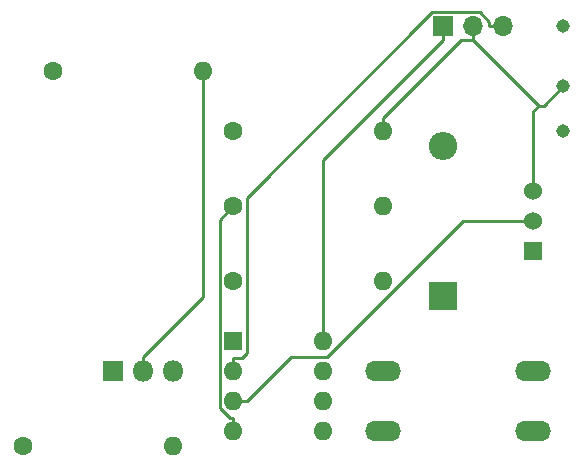
<source format=gbr>
G04 #@! TF.FileFunction,Copper,L2,Bot,Signal*
%FSLAX46Y46*%
G04 Gerber Fmt 4.6, Leading zero omitted, Abs format (unit mm)*
G04 Created by KiCad (PCBNEW 4.0.5) date 02/14/17 18:00:52*
%MOMM*%
%LPD*%
G01*
G04 APERTURE LIST*
%ADD10C,0.100000*%
%ADD11R,2.400000X2.400000*%
%ADD12O,2.400000X2.400000*%
%ADD13R,1.600000X1.600000*%
%ADD14O,1.600000X1.600000*%
%ADD15R,1.700000X1.700000*%
%ADD16O,1.700000X1.700000*%
%ADD17C,1.143000*%
%ADD18C,1.524000*%
%ADD19R,1.524000X1.524000*%
%ADD20C,1.600000*%
%ADD21R,1.800000X1.800000*%
%ADD22O,1.800000X1.800000*%
%ADD23O,3.048000X1.727200*%
%ADD24C,0.250000*%
G04 APERTURE END LIST*
D10*
D11*
X179070000Y-124460000D03*
D12*
X179070000Y-111760000D03*
D13*
X161290000Y-128270000D03*
D14*
X168910000Y-135890000D03*
X161290000Y-130810000D03*
X168910000Y-133350000D03*
X161290000Y-133350000D03*
X168910000Y-130810000D03*
X161290000Y-135890000D03*
X168910000Y-128270000D03*
D15*
X179070000Y-101600000D03*
D16*
X181610000Y-101600000D03*
X184150000Y-101600000D03*
D17*
X189230000Y-110490000D03*
X189230000Y-106680000D03*
X189230000Y-101600000D03*
D18*
X186690000Y-118110000D03*
X186690000Y-115570000D03*
D19*
X186690000Y-120650000D03*
D20*
X161290000Y-123190000D03*
D14*
X173990000Y-123190000D03*
D20*
X143510000Y-137160000D03*
D14*
X156210000Y-137160000D03*
D20*
X146050000Y-105410000D03*
D14*
X158750000Y-105410000D03*
D20*
X161290000Y-116840000D03*
D14*
X173990000Y-116840000D03*
D20*
X161290000Y-110490000D03*
D14*
X173990000Y-110490000D03*
D21*
X151130000Y-130810000D03*
D22*
X153670000Y-130810000D03*
X156210000Y-130810000D03*
D23*
X186690000Y-130810000D03*
X186690000Y-135890000D03*
X173990000Y-130810000D03*
X173990000Y-135890000D03*
D24*
X168910000Y-112935300D02*
X168910000Y-128270000D01*
X179070000Y-102775300D02*
X168910000Y-112935300D01*
X179070000Y-101600000D02*
X179070000Y-102775300D01*
X161008600Y-134764700D02*
X161290000Y-134764700D01*
X160164700Y-133920800D02*
X161008600Y-134764700D01*
X160164700Y-117965300D02*
X160164700Y-133920800D01*
X161290000Y-116840000D02*
X160164700Y-117965300D01*
X161290000Y-135890000D02*
X161290000Y-134764700D01*
X180579400Y-102775300D02*
X181610000Y-102775300D01*
X173990000Y-109364700D02*
X180579400Y-102775300D01*
X173990000Y-110490000D02*
X173990000Y-109364700D01*
X181610000Y-101600000D02*
X181610000Y-102775300D01*
X186690000Y-108791500D02*
X187158100Y-108323400D01*
X186690000Y-115570000D02*
X186690000Y-108791500D01*
X187586600Y-108323400D02*
X187158100Y-108323400D01*
X189230000Y-106680000D02*
X187586600Y-108323400D01*
X187158100Y-108323400D02*
X181610000Y-102775300D01*
X161993400Y-129684700D02*
X161290000Y-129684700D01*
X162415300Y-129262800D02*
X161993400Y-129684700D01*
X162415300Y-116093900D02*
X162415300Y-129262800D01*
X178089300Y-100419900D02*
X162415300Y-116093900D01*
X182161900Y-100419900D02*
X178089300Y-100419900D01*
X182974700Y-101232700D02*
X182161900Y-100419900D01*
X182974700Y-101600000D02*
X182974700Y-101232700D01*
X184150000Y-101600000D02*
X182974700Y-101600000D01*
X161290000Y-130810000D02*
X161290000Y-129684700D01*
X180719500Y-118110000D02*
X186690000Y-118110000D01*
X169208500Y-129621000D02*
X180719500Y-118110000D01*
X166144300Y-129621000D02*
X169208500Y-129621000D01*
X162415300Y-133350000D02*
X166144300Y-129621000D01*
X161290000Y-133350000D02*
X162415300Y-133350000D01*
X158750000Y-124504700D02*
X158750000Y-105410000D01*
X153670000Y-129584700D02*
X158750000Y-124504700D01*
X153670000Y-130810000D02*
X153670000Y-129584700D01*
M02*

</source>
